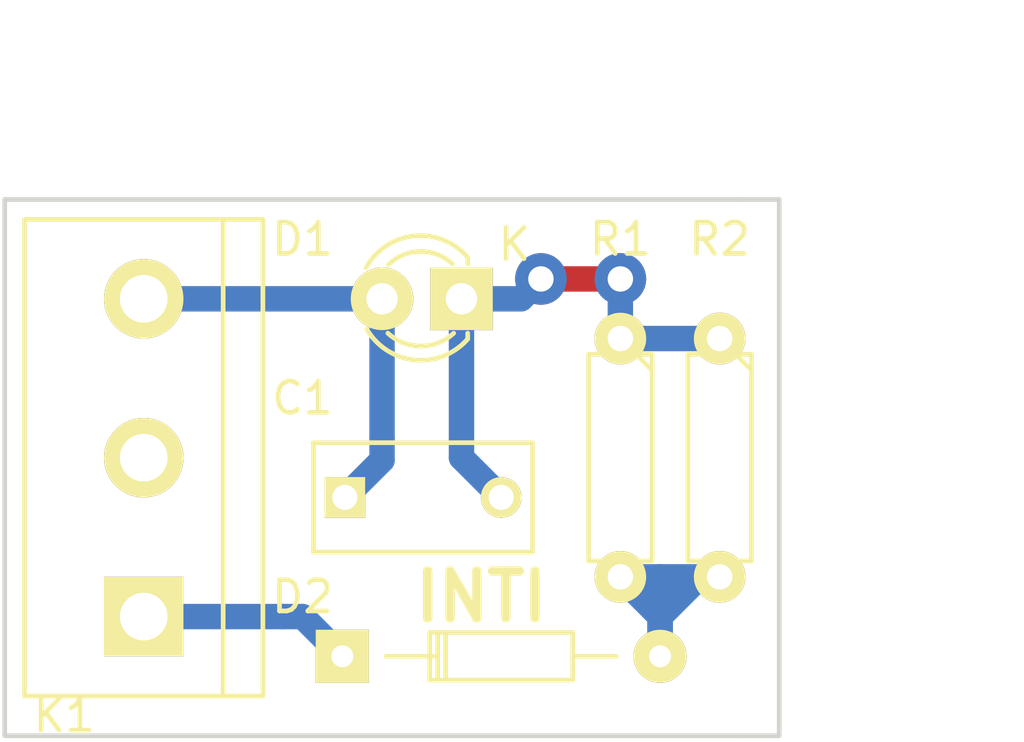
<source format=kicad_pcb>
(kicad_pcb (version 4) (host pcbnew 4.0.0-rc1-stable)

  (general
    (links 8)
    (no_connects 0)
    (area 126.289999 88.189999 151.205001 105.485001)
    (thickness 1.6)
    (drawings 9)
    (tracks 24)
    (zones 0)
    (modules 6)
    (nets 6)
  )

  (page A4)
  (title_block
    (title sebastiansisevich)
    (rev 1.0)
    (comment 1 ejercicio1)
  )

  (layers
    (0 F.Cu signal)
    (31 B.Cu signal)
    (32 B.Adhes user)
    (33 F.Adhes user)
    (34 B.Paste user)
    (35 F.Paste user)
    (36 B.SilkS user)
    (37 F.SilkS user)
    (38 B.Mask user)
    (39 F.Mask user)
    (40 Dwgs.User user)
    (41 Cmts.User user)
    (42 Eco1.User user)
    (43 Eco2.User user)
    (44 Edge.Cuts user)
    (45 Margin user)
    (46 B.CrtYd user)
    (47 F.CrtYd user)
    (48 B.Fab user)
    (49 F.Fab user)
  )

  (setup
    (last_trace_width 0.8128)
    (user_trace_width 0.8128)
    (trace_clearance 0.8128)
    (zone_clearance 0.508)
    (zone_45_only no)
    (trace_min 0.2)
    (segment_width 0.2)
    (edge_width 0.15)
    (via_size 0.6)
    (via_drill 0.4)
    (via_min_size 0.4)
    (via_min_drill 0.3)
    (user_via 1.651 0.8128)
    (uvia_size 0.3)
    (uvia_drill 0.1)
    (uvias_allowed no)
    (uvia_min_size 0.2)
    (uvia_min_drill 0.1)
    (pcb_text_width 0.3)
    (pcb_text_size 1.5 1.5)
    (mod_edge_width 0.15)
    (mod_text_size 1 1)
    (mod_text_width 0.15)
    (pad_size 1.524 1.524)
    (pad_drill 0.762)
    (pad_to_mask_clearance 0.2)
    (aux_axis_origin 0 0)
    (visible_elements FFFEFF7F)
    (pcbplotparams
      (layerselection 0x00120_80000000)
      (usegerberextensions false)
      (excludeedgelayer false)
      (linewidth 0.100000)
      (plotframeref false)
      (viasonmask false)
      (mode 1)
      (useauxorigin false)
      (hpglpennumber 1)
      (hpglpenspeed 20)
      (hpglpendiameter 15)
      (hpglpenoverlay 2)
      (psnegative false)
      (psa4output false)
      (plotreference true)
      (plotvalue false)
      (plotinvisibletext false)
      (padsonsilk false)
      (subtractmaskfromsilk false)
      (outputformat 1)
      (mirror false)
      (drillshape 0)
      (scaleselection 1)
      (outputdirectory ""))
  )

  (net 0 "")
  (net 1 "Net-(C1-Pad1)")
  (net 2 "Net-(C1-Pad2)")
  (net 3 "Net-(D2-Pad2)")
  (net 4 "Net-(D2-Pad1)")
  (net 5 "Net-(K1-Pad2)")

  (net_class Default "This is the default net class."
    (clearance 0.8128)
    (trace_width 0.25)
    (via_dia 0.6)
    (via_drill 0.4)
    (uvia_dia 0.3)
    (uvia_drill 0.1)
    (add_net "Net-(C1-Pad1)")
    (add_net "Net-(C1-Pad2)")
    (add_net "Net-(D2-Pad1)")
    (add_net "Net-(D2-Pad2)")
    (add_net "Net-(K1-Pad2)")
  )

  (module ej1:C_Rect_L7_W3.5_P5 (layer F.Cu) (tedit 565CA667) (tstamp 565C6A22)
    (at 137.24 97.79)
    (descr "Film Capacitor Length 7mm x Width 3.5mm, Pitch 5mm")
    (tags Capacitor)
    (path /565C6413)
    (fp_text reference C1 (at -1.35 -3.175) (layer F.SilkS)
      (effects (font (size 1 1) (thickness 0.15)))
    )
    (fp_text value 100nf (at 2.5 3) (layer F.Fab)
      (effects (font (size 1 1) (thickness 0.15)))
    )
    (fp_line (start -1.25 -2) (end 6.25 -2) (layer F.CrtYd) (width 0.05))
    (fp_line (start 6.25 -2) (end 6.25 2) (layer F.CrtYd) (width 0.05))
    (fp_line (start 6.25 2) (end -1.25 2) (layer F.CrtYd) (width 0.05))
    (fp_line (start -1.25 2) (end -1.25 -2) (layer F.CrtYd) (width 0.05))
    (fp_line (start -1 -1.75) (end 6 -1.75) (layer F.SilkS) (width 0.15))
    (fp_line (start 6 -1.75) (end 6 1.75) (layer F.SilkS) (width 0.15))
    (fp_line (start 6 1.75) (end -1 1.75) (layer F.SilkS) (width 0.15))
    (fp_line (start -1 1.75) (end -1 -1.75) (layer F.SilkS) (width 0.15))
    (pad 1 thru_hole rect (at 0 0) (size 1.3 1.3) (drill 0.8) (layers *.Cu *.Mask F.SilkS)
      (net 1 "Net-(C1-Pad1)"))
    (pad 2 thru_hole circle (at 5 0) (size 1.3 1.3) (drill 0.8) (layers *.Cu *.Mask F.SilkS)
      (net 2 "Net-(C1-Pad2)"))
    (model ../../../../../../Users/SN/Desktop/Kicad/sebastiansisevich/ej1.3dshapes/cnp_6mm_disc.wrl
      (at (xyz 0.1 0 0))
      (scale (xyz 1 1 1))
      (rotate (xyz 0 0 0))
    )
  )

  (module ej1:LED-3MM (layer F.Cu) (tedit 565CA662) (tstamp 565C6A28)
    (at 140.97 91.44 180)
    (descr "LED 3mm round vertical")
    (tags "LED  3mm round vertical")
    (path /565C659D)
    (fp_text reference D1 (at 5.08 1.905 180) (layer F.SilkS)
      (effects (font (size 1 1) (thickness 0.15)))
    )
    (fp_text value "LED ROJO" (at 1.3 -2.9 180) (layer F.Fab)
      (effects (font (size 1 1) (thickness 0.15)))
    )
    (fp_line (start -1.2 2.3) (end 3.8 2.3) (layer F.CrtYd) (width 0.05))
    (fp_line (start 3.8 2.3) (end 3.8 -2.2) (layer F.CrtYd) (width 0.05))
    (fp_line (start 3.8 -2.2) (end -1.2 -2.2) (layer F.CrtYd) (width 0.05))
    (fp_line (start -1.2 -2.2) (end -1.2 2.3) (layer F.CrtYd) (width 0.05))
    (fp_line (start -0.199 1.314) (end -0.199 1.114) (layer F.SilkS) (width 0.15))
    (fp_line (start -0.199 -1.28) (end -0.199 -1.1) (layer F.SilkS) (width 0.15))
    (fp_arc (start 1.301 0.034) (end -0.199 -1.286) (angle 108.5) (layer F.SilkS) (width 0.15))
    (fp_arc (start 1.301 0.034) (end 0.25 -1.1) (angle 85.7) (layer F.SilkS) (width 0.15))
    (fp_arc (start 1.311 0.034) (end 3.051 0.994) (angle 110) (layer F.SilkS) (width 0.15))
    (fp_arc (start 1.301 0.034) (end 2.335 1.094) (angle 87.5) (layer F.SilkS) (width 0.15))
    (fp_text user K (at -1.69 1.74 180) (layer F.SilkS)
      (effects (font (size 1 1) (thickness 0.15)))
    )
    (pad 1 thru_hole rect (at 0 0 270) (size 2 2) (drill 1.00076) (layers *.Cu *.Mask F.SilkS)
      (net 2 "Net-(C1-Pad2)"))
    (pad 2 thru_hole circle (at 2.54 0 180) (size 2 2) (drill 1.00076) (layers *.Cu *.Mask F.SilkS)
      (net 1 "Net-(C1-Pad1)"))
    (model ../../../../../../Users/SN/Desktop/Kicad/sebastiansisevich/ej1.3dshapes/LED-3MM.wrl
      (at (xyz 0.05 0 0))
      (scale (xyz 1 1 1))
      (rotate (xyz 0 0 90))
    )
  )

  (module ej1:Diode_DO-35_SOD27_Horizontal_RM10 (layer F.Cu) (tedit 565CA69F) (tstamp 565C6A2E)
    (at 137.15948 102.87254)
    (descr "Diode, DO-35,  SOD27, Horizontal, RM 10mm")
    (tags "Diode, DO-35, SOD27, Horizontal, RM 10mm, 1N4148,")
    (path /565C64BE)
    (fp_text reference D2 (at -1.26948 -1.90754) (layer F.SilkS)
      (effects (font (size 1 1) (thickness 0.15)))
    )
    (fp_text value 1N4148 (at 4.41452 -3.55854) (layer F.Fab)
      (effects (font (size 1 1) (thickness 0.15)))
    )
    (fp_line (start 7.36652 -0.00254) (end 8.76352 -0.00254) (layer F.SilkS) (width 0.15))
    (fp_line (start 2.92152 -0.00254) (end 1.39752 -0.00254) (layer F.SilkS) (width 0.15))
    (fp_line (start 3.30252 -0.76454) (end 3.30252 0.75946) (layer F.SilkS) (width 0.15))
    (fp_line (start 3.04852 -0.76454) (end 3.04852 0.75946) (layer F.SilkS) (width 0.15))
    (fp_line (start 2.79452 -0.00254) (end 2.79452 0.75946) (layer F.SilkS) (width 0.15))
    (fp_line (start 2.79452 0.75946) (end 7.36652 0.75946) (layer F.SilkS) (width 0.15))
    (fp_line (start 7.36652 0.75946) (end 7.36652 -0.76454) (layer F.SilkS) (width 0.15))
    (fp_line (start 7.36652 -0.76454) (end 2.79452 -0.76454) (layer F.SilkS) (width 0.15))
    (fp_line (start 2.79452 -0.76454) (end 2.79452 -0.00254) (layer F.SilkS) (width 0.15))
    (pad 2 thru_hole circle (at 10.16052 -0.00254 180) (size 1.69926 1.69926) (drill 0.70104) (layers *.Cu *.Mask F.SilkS)
      (net 3 "Net-(D2-Pad2)"))
    (pad 1 thru_hole rect (at 0.00052 -0.00254 180) (size 1.69926 1.69926) (drill 0.70104) (layers *.Cu *.Mask F.SilkS)
      (net 4 "Net-(D2-Pad1)"))
    (model ../../../../../../Users/SN/Desktop/Kicad/sebastiansisevich/ej1.3dshapes/Diode_DO-35_SOD27_Horizontal_RM10.wrl
      (at (xyz 0.2 0 0))
      (scale (xyz 0.4 0.4 0.4))
      (rotate (xyz 0 0 180))
    )
  )

  (module ej1:bornier3 (layer F.Cu) (tedit 565CA68F) (tstamp 565C6A35)
    (at 130.81 96.52 90)
    (descr "Bornier d'alimentation 3 pins")
    (tags DEV)
    (path /565C646B)
    (fp_text reference K1 (at -8.255 -2.54 360) (layer F.SilkS)
      (effects (font (size 1 1) (thickness 0.15)))
    )
    (fp_text value CONN_3 (at 0 5.08 90) (layer F.Fab)
      (effects (font (size 1 1) (thickness 0.15)))
    )
    (fp_line (start -7.62 3.81) (end -7.62 -3.81) (layer F.SilkS) (width 0.15))
    (fp_line (start 7.62 3.81) (end 7.62 -3.81) (layer F.SilkS) (width 0.15))
    (fp_line (start -7.62 2.54) (end 7.62 2.54) (layer F.SilkS) (width 0.15))
    (fp_line (start -7.62 -3.81) (end 7.62 -3.81) (layer F.SilkS) (width 0.15))
    (fp_line (start -7.62 3.81) (end 7.62 3.81) (layer F.SilkS) (width 0.15))
    (pad 1 thru_hole rect (at -5.08 0 90) (size 2.54 2.54) (drill 1.524) (layers *.Cu *.Mask F.SilkS)
      (net 4 "Net-(D2-Pad1)"))
    (pad 2 thru_hole circle (at 0 0 90) (size 2.54 2.54) (drill 1.524) (layers *.Cu *.Mask F.SilkS)
      (net 5 "Net-(K1-Pad2)"))
    (pad 3 thru_hole circle (at 5.08 0 90) (size 2.54 2.54) (drill 1.524) (layers *.Cu *.Mask F.SilkS)
      (net 1 "Net-(C1-Pad1)"))
    (model ../../../../../../Users/SN/Desktop/Kicad/sebastiansisevich/ej1.3dshapes/bornier3.wrl
      (at (xyz 0 0 0))
      (scale (xyz 1 1 1))
      (rotate (xyz 0 0 0))
    )
  )

  (module ej1:R3-LARGE_PADS (layer F.Cu) (tedit 565CB287) (tstamp 565C6A3B)
    (at 146.05 96.52 270)
    (descr "Resitance 3 pas")
    (tags R)
    (path /565C6626)
    (fp_text reference R1 (at -6.985 0 360) (layer F.SilkS)
      (effects (font (size 1 1) (thickness 0.15)))
    )
    (fp_text value 100K (at 0.0889 -2.1336 270) (layer F.Fab)
      (effects (font (size 1 1) (thickness 0.15)))
    )
    (fp_line (start -3.81 0) (end -3.302 0) (layer F.SilkS) (width 0.15))
    (fp_line (start 3.81 0) (end 3.302 0) (layer F.SilkS) (width 0.15))
    (fp_line (start 3.302 0) (end 3.302 -1.016) (layer F.SilkS) (width 0.15))
    (fp_line (start 3.302 -1.016) (end -3.302 -1.016) (layer F.SilkS) (width 0.15))
    (fp_line (start -3.302 -1.016) (end -3.302 1.016) (layer F.SilkS) (width 0.15))
    (fp_line (start -3.302 1.016) (end 3.302 1.016) (layer F.SilkS) (width 0.15))
    (fp_line (start 3.302 1.016) (end 3.302 0) (layer F.SilkS) (width 0.15))
    (fp_line (start -3.302 -0.508) (end -2.794 -1.016) (layer F.SilkS) (width 0.15))
    (pad 1 thru_hole circle (at -3.81 0 270) (size 1.651 1.651) (drill 0.8128) (layers *.Cu *.Mask F.SilkS)
      (net 2 "Net-(C1-Pad2)"))
    (pad 2 thru_hole circle (at 3.81 0 270) (size 1.651 1.651) (drill 0.8128) (layers *.Cu *.Mask F.SilkS)
      (net 3 "Net-(D2-Pad2)"))
    (model ../../../../../../Users/SN/Desktop/Kicad/sebastiansisevich/ej1.3dshapes/R3-LARGE_PADS.wrl
      (at (xyz 0 0 0))
      (scale (xyz 0.3 0.3 0.3))
      (rotate (xyz 0 0 0))
    )
  )

  (module ej1:R3-LARGE_PADS (layer F.Cu) (tedit 565CB0E8) (tstamp 565CAB33)
    (at 149.225 96.52 270)
    (descr "Resitance 3 pas")
    (tags R)
    (path /565CA8C0)
    (fp_text reference R2 (at -6.985 0 360) (layer F.SilkS)
      (effects (font (size 1 1) (thickness 0.15)))
    )
    (fp_text value 100K (at 0 0 270) (layer F.Fab)
      (effects (font (size 1 1) (thickness 0.15)))
    )
    (fp_line (start -3.81 0) (end -3.302 0) (layer F.SilkS) (width 0.15))
    (fp_line (start 3.81 0) (end 3.302 0) (layer F.SilkS) (width 0.15))
    (fp_line (start 3.302 0) (end 3.302 -1.016) (layer F.SilkS) (width 0.15))
    (fp_line (start 3.302 -1.016) (end -3.302 -1.016) (layer F.SilkS) (width 0.15))
    (fp_line (start -3.302 -1.016) (end -3.302 1.016) (layer F.SilkS) (width 0.15))
    (fp_line (start -3.302 1.016) (end 3.302 1.016) (layer F.SilkS) (width 0.15))
    (fp_line (start 3.302 1.016) (end 3.302 0) (layer F.SilkS) (width 0.15))
    (fp_line (start -3.302 -0.508) (end -2.794 -1.016) (layer F.SilkS) (width 0.15))
    (pad 1 thru_hole circle (at -3.81 0 270) (size 1.651 1.651) (drill 0.8128) (layers *.Cu *.Mask F.SilkS)
      (net 2 "Net-(C1-Pad2)"))
    (pad 2 thru_hole circle (at 3.81 0 270) (size 1.651 1.651) (drill 0.8128) (layers *.Cu *.Mask F.SilkS)
      (net 3 "Net-(D2-Pad2)"))
    (model ../../../../../../Users/SN/Desktop/Kicad/sebastiansisevich/ej1.3dshapes/R3-LARGE_PADS.wrl
      (at (xyz 0 0 0))
      (scale (xyz 0.3 0.3 0.3))
      (rotate (xyz 0 0 0))
    )
  )

  (gr_text INTI (at 141.605 100.965) (layer F.SilkS)
    (effects (font (size 1.5 1.5) (thickness 0.3)))
  )
  (dimension 17.145 (width 0.3) (layer Dwgs.User)
    (gr_text 17,145mm (at 156.29 96.8375 270) (layer Dwgs.User)
      (effects (font (size 1.5 1.5) (thickness 0.3)))
    )
    (feature1 (pts (xy 151.13 105.41) (xy 157.64 105.41)))
    (feature2 (pts (xy 151.13 88.265) (xy 157.64 88.265)))
    (crossbar (pts (xy 154.94 88.265) (xy 154.94 105.41)))
    (arrow1a (pts (xy 154.94 105.41) (xy 154.353579 104.283496)))
    (arrow1b (pts (xy 154.94 105.41) (xy 155.526421 104.283496)))
    (arrow2a (pts (xy 154.94 88.265) (xy 154.353579 89.391504)))
    (arrow2b (pts (xy 154.94 88.265) (xy 155.526421 89.391504)))
  )
  (dimension 24.765 (width 0.3) (layer Dwgs.User)
    (gr_text 24,765mm (at 138.7475 83.74) (layer Dwgs.User)
      (effects (font (size 1.5 1.5) (thickness 0.3)))
    )
    (feature1 (pts (xy 151.13 88.265) (xy 151.13 82.39)))
    (feature2 (pts (xy 126.365 88.265) (xy 126.365 82.39)))
    (crossbar (pts (xy 126.365 85.09) (xy 151.13 85.09)))
    (arrow1a (pts (xy 151.13 85.09) (xy 150.003496 85.676421)))
    (arrow1b (pts (xy 151.13 85.09) (xy 150.003496 84.503579)))
    (arrow2a (pts (xy 126.365 85.09) (xy 127.491504 85.676421)))
    (arrow2b (pts (xy 126.365 85.09) (xy 127.491504 84.503579)))
  )
  (gr_line (start 151.13 88.265) (end 149.86 88.265) (angle 90) (layer Edge.Cuts) (width 0.15))
  (gr_line (start 151.13 105.41) (end 151.13 88.265) (angle 90) (layer Edge.Cuts) (width 0.15))
  (gr_line (start 149.86 105.41) (end 151.13 105.41) (angle 90) (layer Edge.Cuts) (width 0.15))
  (gr_line (start 126.365 105.41) (end 126.365 88.265) (angle 90) (layer Edge.Cuts) (width 0.15))
  (gr_line (start 149.86 105.41) (end 126.365 105.41) (angle 90) (layer Edge.Cuts) (width 0.15))
  (gr_line (start 126.365 88.265) (end 149.86 88.265) (angle 90) (layer Edge.Cuts) (width 0.15))

  (segment (start 138.43 91.44) (end 138.43 95.885) (width 0.8128) (layer B.Cu) (net 1))
  (segment (start 138.43 96.6) (end 137.24 97.79) (width 0.8128) (layer B.Cu) (net 1) (tstamp 565C6F16))
  (segment (start 138.43 95.885) (end 138.43 96.6) (width 0.8128) (layer B.Cu) (net 1) (tstamp 565C6F11))
  (segment (start 130.81 91.44) (end 138.43 91.44) (width 0.8128) (layer B.Cu) (net 1))
  (segment (start 146.05 92.71) (end 149.225 92.71) (width 0.8128) (layer B.Cu) (net 2))
  (segment (start 140.97 91.44) (end 142.875 91.44) (width 0.8128) (layer B.Cu) (net 2))
  (segment (start 146.05 90.805) (end 146.05 92.71) (width 0.8128) (layer B.Cu) (net 2) (tstamp 565C701E))
  (via (at 146.05 90.805) (size 1.651) (drill 0.8128) (layers F.Cu B.Cu) (net 2))
  (segment (start 143.51 90.805) (end 146.05 90.805) (width 0.8128) (layer F.Cu) (net 2) (tstamp 565C7018))
  (via (at 143.51 90.805) (size 1.651) (drill 0.8128) (layers F.Cu B.Cu) (net 2))
  (segment (start 142.875 91.44) (end 143.51 90.805) (width 0.8128) (layer B.Cu) (net 2) (tstamp 565C700E))
  (segment (start 140.97 91.44) (end 140.97 96.52) (width 0.8128) (layer B.Cu) (net 2))
  (segment (start 140.97 96.52) (end 142.24 97.79) (width 0.8128) (layer B.Cu) (net 2) (tstamp 565C6F23))
  (segment (start 147.32 102.87) (end 147.32 100.33) (width 0.8128) (layer B.Cu) (net 3))
  (segment (start 146.05 100.33) (end 147.32 100.33) (width 0.8128) (layer B.Cu) (net 3))
  (segment (start 147.32 100.33) (end 149.225 100.33) (width 0.8128) (layer B.Cu) (net 3) (tstamp 565CAB68))
  (segment (start 149.225 100.33) (end 148.59 100.33) (width 0.8128) (layer B.Cu) (net 3) (tstamp 565CAB53))
  (segment (start 148.59 100.33) (end 147.32 101.6) (width 0.8128) (layer B.Cu) (net 3) (tstamp 565CAB55))
  (segment (start 147.32 101.6) (end 147.32 102.87) (width 0.8128) (layer B.Cu) (net 3) (tstamp 565CAB59))
  (segment (start 146.05 100.33) (end 147.32 101.6) (width 0.8128) (layer B.Cu) (net 3))
  (segment (start 147.32 101.6) (end 147.32 102.87) (width 0.8128) (layer B.Cu) (net 3) (tstamp 565C6F40))
  (segment (start 130.81 101.6) (end 135.255 101.6) (width 0.8128) (layer B.Cu) (net 4))
  (segment (start 135.89 101.6) (end 137.16 102.87) (width 0.8128) (layer B.Cu) (net 4) (tstamp 565C6F37))
  (segment (start 135.255 101.6) (end 135.89 101.6) (width 0.8128) (layer B.Cu) (net 4) (tstamp 565C6F34))

)

</source>
